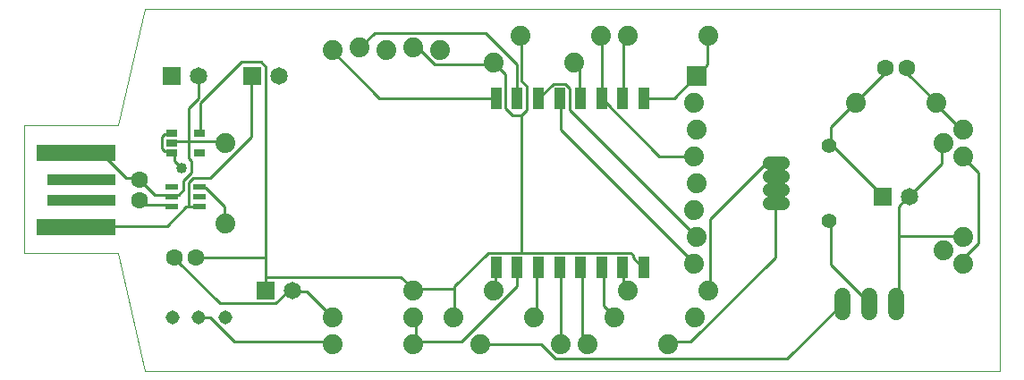
<source format=gtl>
G75*
%MOIN*%
%OFA0B0*%
%FSLAX25Y25*%
%IPPOS*%
%LPD*%
%AMOC8*
5,1,8,0,0,1.08239X$1,22.5*
%
%ADD10C,0.00000*%
%ADD11C,0.06500*%
%ADD12R,0.06500X0.06500*%
%ADD13C,0.07400*%
%ADD14C,0.05000*%
%ADD15C,0.06299*%
%ADD16C,0.05150*%
%ADD17R,0.03937X0.07874*%
%ADD18R,0.04724X0.02165*%
%ADD19R,0.03898X0.02717*%
%ADD20C,0.05543*%
%ADD21C,0.06000*%
%ADD22R,0.29528X0.05906*%
%ADD23R,0.25591X0.03937*%
%ADD24R,0.07400X0.07400*%
%ADD25C,0.01000*%
%ADD26C,0.04000*%
D10*
X0077595Y0001256D02*
X0396296Y0001256D01*
X0396296Y0136256D01*
X0077595Y0136256D01*
X0067595Y0092717D01*
X0032595Y0092717D01*
X0032595Y0045256D01*
X0067595Y0045256D01*
X0077595Y0001256D01*
D11*
X0132595Y0031256D03*
X0362595Y0066256D03*
X0127595Y0111256D03*
X0097595Y0111256D03*
D12*
X0087595Y0111256D03*
X0117595Y0111256D03*
X0352595Y0066256D03*
X0122595Y0031256D03*
D13*
X0147595Y0021256D03*
X0147595Y0011256D03*
X0177595Y0011256D03*
X0202595Y0011256D03*
X0192595Y0021256D03*
X0177595Y0021256D03*
X0177595Y0031256D03*
X0207595Y0031256D03*
X0222595Y0021256D03*
X0252595Y0021256D03*
X0257595Y0031256D03*
X0287595Y0031256D03*
X0282595Y0021256D03*
X0272595Y0011256D03*
X0242595Y0011256D03*
X0232595Y0011256D03*
X0282095Y0041256D03*
X0283095Y0051256D03*
X0282095Y0061256D03*
X0283095Y0071256D03*
X0282095Y0081256D03*
X0283095Y0091256D03*
X0282095Y0101256D03*
X0237595Y0116256D03*
X0247595Y0126256D03*
X0257595Y0126256D03*
X0287595Y0126256D03*
X0217595Y0126256D03*
X0207595Y0116256D03*
X0187595Y0120756D03*
X0177595Y0121756D03*
X0167595Y0120756D03*
X0157595Y0121756D03*
X0147595Y0120756D03*
X0107595Y0086256D03*
X0107595Y0056256D03*
X0342595Y0101256D03*
X0372595Y0101256D03*
X0382595Y0091256D03*
X0375095Y0086256D03*
X0382595Y0081256D03*
X0382595Y0051256D03*
X0375095Y0046256D03*
X0382595Y0041256D03*
D14*
X0315095Y0063756D02*
X0310095Y0063756D01*
X0310095Y0068756D02*
X0315095Y0068756D01*
X0315095Y0073756D02*
X0310095Y0073756D01*
X0310095Y0078756D02*
X0315095Y0078756D01*
D15*
X0353658Y0114091D03*
X0361532Y0114091D03*
X0096532Y0043421D03*
X0088658Y0043421D03*
X0075430Y0064819D03*
X0075430Y0072693D03*
D16*
X0087753Y0021256D03*
X0097595Y0021256D03*
X0107438Y0021256D03*
D17*
X0208422Y0039760D03*
X0216296Y0039760D03*
X0224170Y0039760D03*
X0232044Y0039760D03*
X0239918Y0039760D03*
X0247792Y0039760D03*
X0255666Y0039760D03*
X0263540Y0039760D03*
X0263540Y0102752D03*
X0255666Y0102752D03*
X0247792Y0102752D03*
X0239918Y0102752D03*
X0232044Y0102752D03*
X0224170Y0102752D03*
X0216296Y0102752D03*
X0208422Y0102752D03*
D18*
X0097714Y0069996D03*
X0097714Y0066256D03*
X0097714Y0062516D03*
X0087477Y0062516D03*
X0087477Y0066256D03*
X0087477Y0069996D03*
D19*
X0087516Y0082516D03*
X0087516Y0086256D03*
X0087516Y0089996D03*
X0097713Y0089996D03*
X0097713Y0082516D03*
D20*
X0332595Y0085256D03*
X0332595Y0057256D03*
D21*
X0337595Y0029256D02*
X0337595Y0023256D01*
X0347595Y0023256D02*
X0347595Y0029256D01*
X0357595Y0029256D02*
X0357595Y0023256D01*
D22*
X0051808Y0054976D03*
X0051808Y0082535D03*
D23*
X0053776Y0072693D03*
X0053776Y0064819D03*
D24*
X0283095Y0111256D03*
D25*
X0283695Y0111956D01*
X0287295Y0115556D01*
X0287295Y0125456D01*
X0287595Y0126256D01*
X0257595Y0126256D02*
X0257595Y0125456D01*
X0255795Y0123656D01*
X0255795Y0102956D01*
X0255666Y0102752D01*
X0248595Y0102056D02*
X0247792Y0102752D01*
X0247695Y0102956D01*
X0247695Y0125456D01*
X0247595Y0126256D01*
X0217995Y0125456D02*
X0217595Y0126256D01*
X0217995Y0125456D02*
X0217995Y0109256D01*
X0219795Y0107456D01*
X0219795Y0098456D01*
X0217995Y0096656D01*
X0217995Y0045356D01*
X0258495Y0045356D01*
X0259395Y0044456D01*
X0259395Y0043556D01*
X0262995Y0039956D01*
X0263540Y0039760D01*
X0255795Y0039056D02*
X0255666Y0039760D01*
X0255795Y0039056D02*
X0255795Y0033656D01*
X0257595Y0031856D01*
X0257595Y0031256D01*
X0248595Y0025556D02*
X0252195Y0021956D01*
X0252595Y0021256D01*
X0248595Y0025556D02*
X0248595Y0039056D01*
X0247792Y0039760D01*
X0240495Y0039056D02*
X0239918Y0039760D01*
X0240495Y0039056D02*
X0240495Y0013856D01*
X0242295Y0012056D01*
X0242595Y0011256D01*
X0232595Y0011256D02*
X0232395Y0012056D01*
X0232395Y0039056D01*
X0232044Y0039760D01*
X0224170Y0039760D02*
X0223395Y0039056D01*
X0223395Y0021956D01*
X0222595Y0021256D01*
X0225195Y0011156D02*
X0202695Y0011156D01*
X0202595Y0011256D01*
X0195495Y0012056D02*
X0178395Y0012056D01*
X0177595Y0011256D01*
X0178395Y0012056D02*
X0178395Y0021056D01*
X0177595Y0021256D01*
X0192595Y0021256D02*
X0192795Y0021956D01*
X0192795Y0031856D01*
X0178395Y0031856D01*
X0177595Y0031256D01*
X0177495Y0031856D01*
X0172995Y0036356D01*
X0122595Y0036356D01*
X0122595Y0043556D01*
X0097395Y0043556D01*
X0096532Y0043421D01*
X0089295Y0042656D02*
X0088658Y0043421D01*
X0089295Y0042656D02*
X0105495Y0026456D01*
X0126195Y0026456D01*
X0130695Y0030956D01*
X0132495Y0030956D01*
X0132595Y0031256D01*
X0133395Y0030956D01*
X0137895Y0030956D01*
X0147595Y0021256D01*
X0146895Y0012056D02*
X0147595Y0011256D01*
X0146895Y0012056D02*
X0110895Y0012056D01*
X0101895Y0021056D01*
X0098295Y0021056D01*
X0097595Y0021256D01*
X0122595Y0031256D02*
X0122595Y0036356D01*
X0122595Y0043556D02*
X0122595Y0114656D01*
X0120795Y0116456D01*
X0113595Y0116456D01*
X0098295Y0101156D01*
X0098295Y0090356D01*
X0097713Y0089996D01*
X0093795Y0086756D02*
X0093795Y0080456D01*
X0094695Y0079556D01*
X0094695Y0075056D01*
X0091995Y0072356D01*
X0091995Y0068756D01*
X0090195Y0066956D01*
X0087495Y0066956D01*
X0087477Y0066256D01*
X0086595Y0066956D01*
X0081195Y0066956D01*
X0075795Y0072356D01*
X0075430Y0072693D01*
X0074895Y0073256D01*
X0070395Y0073256D01*
X0061395Y0082256D01*
X0052395Y0082256D01*
X0051808Y0082535D01*
X0083895Y0084056D02*
X0083895Y0088556D01*
X0084795Y0089456D01*
X0087495Y0089456D01*
X0087516Y0089996D01*
X0088395Y0086756D02*
X0087516Y0086256D01*
X0088395Y0086756D02*
X0093795Y0086756D01*
X0093795Y0099356D01*
X0097395Y0102956D01*
X0097395Y0111056D01*
X0097595Y0111256D01*
X0117195Y0111056D02*
X0117595Y0111256D01*
X0117195Y0111056D02*
X0117195Y0088556D01*
X0101895Y0073256D01*
X0095595Y0073256D01*
X0093795Y0071456D01*
X0093795Y0062456D01*
X0097395Y0062456D01*
X0097714Y0062516D01*
X0093795Y0062456D02*
X0092895Y0062456D01*
X0085695Y0055256D01*
X0052395Y0055256D01*
X0051808Y0054976D01*
X0075430Y0064819D02*
X0075795Y0064256D01*
X0076695Y0063356D01*
X0086595Y0063356D01*
X0087477Y0062516D01*
X0097714Y0069996D02*
X0098295Y0069656D01*
X0100095Y0069656D01*
X0107295Y0062456D01*
X0107295Y0057056D01*
X0107595Y0056256D01*
X0091095Y0076856D02*
X0088395Y0079556D01*
X0088395Y0082256D01*
X0087516Y0082516D01*
X0087495Y0083156D01*
X0084795Y0083156D01*
X0083895Y0084056D01*
X0093795Y0086756D02*
X0107295Y0086756D01*
X0107595Y0086256D01*
X0147795Y0120056D02*
X0164895Y0102956D01*
X0208095Y0102956D01*
X0208422Y0102752D01*
X0216195Y0102956D02*
X0216296Y0102752D01*
X0216195Y0102956D02*
X0216195Y0115556D01*
X0204495Y0127256D01*
X0163095Y0127256D01*
X0157595Y0121756D01*
X0147795Y0120056D02*
X0147595Y0120756D01*
X0177595Y0121756D02*
X0178395Y0120956D01*
X0180195Y0120956D01*
X0185595Y0115556D01*
X0207195Y0115556D01*
X0207595Y0116256D01*
X0208095Y0115556D01*
X0211695Y0111956D01*
X0211695Y0099356D01*
X0214395Y0096656D01*
X0217995Y0096656D01*
X0224170Y0102752D02*
X0224295Y0102956D01*
X0229695Y0108356D01*
X0234195Y0108356D01*
X0235995Y0106556D01*
X0235995Y0098456D01*
X0282795Y0051656D01*
X0283095Y0051256D01*
X0288195Y0057956D02*
X0288195Y0031856D01*
X0287595Y0031256D01*
X0282095Y0041256D02*
X0281895Y0041756D01*
X0232395Y0091256D01*
X0232395Y0102056D01*
X0232044Y0102752D01*
X0239595Y0102956D02*
X0239918Y0102752D01*
X0239595Y0102956D02*
X0239595Y0113756D01*
X0237795Y0115556D01*
X0237595Y0116256D01*
X0248595Y0102056D02*
X0269295Y0081356D01*
X0281895Y0081356D01*
X0282095Y0081256D01*
X0288195Y0057956D02*
X0308895Y0078656D01*
X0312495Y0078656D01*
X0312595Y0078756D01*
X0332595Y0085256D02*
X0333195Y0085856D01*
X0352095Y0066956D01*
X0352595Y0066256D01*
X0358395Y0062456D02*
X0361995Y0066056D01*
X0362595Y0066256D01*
X0362895Y0066956D01*
X0374595Y0078656D01*
X0374595Y0085856D01*
X0375095Y0086256D01*
X0382595Y0081256D02*
X0382695Y0080456D01*
X0388095Y0075056D01*
X0388095Y0048956D01*
X0382695Y0043556D01*
X0382695Y0041756D01*
X0382595Y0041256D01*
X0382595Y0051256D02*
X0381795Y0051656D01*
X0358395Y0051656D01*
X0358395Y0026456D01*
X0357595Y0026256D01*
X0347595Y0026256D02*
X0347595Y0026456D01*
X0333195Y0040856D01*
X0333195Y0057056D01*
X0332595Y0057256D01*
X0312495Y0063356D02*
X0312595Y0063756D01*
X0312495Y0063356D02*
X0312495Y0043556D01*
X0280995Y0012056D01*
X0272895Y0012056D01*
X0272595Y0011256D01*
X0230595Y0005756D02*
X0316995Y0005756D01*
X0336795Y0025556D01*
X0337595Y0026256D01*
X0358395Y0051656D02*
X0358395Y0062456D01*
X0333195Y0085856D02*
X0333195Y0092156D01*
X0342195Y0101156D01*
X0342595Y0101256D01*
X0343095Y0102056D01*
X0352995Y0111956D01*
X0352995Y0113756D01*
X0353658Y0114091D01*
X0361532Y0114091D02*
X0361995Y0113756D01*
X0361995Y0111956D01*
X0371895Y0102056D01*
X0372595Y0101256D01*
X0371895Y0101156D01*
X0381795Y0091256D01*
X0382595Y0091256D01*
X0283095Y0111256D02*
X0282795Y0111056D01*
X0274695Y0102956D01*
X0263895Y0102956D01*
X0263540Y0102752D01*
X0217995Y0045356D02*
X0205395Y0045356D01*
X0192795Y0032756D01*
X0192795Y0031856D01*
X0207595Y0031256D02*
X0208095Y0031856D01*
X0208095Y0039056D01*
X0208422Y0039760D01*
X0216195Y0039056D02*
X0216296Y0039760D01*
X0216195Y0039056D02*
X0216195Y0032756D01*
X0195495Y0012056D01*
X0225195Y0011156D02*
X0230595Y0005756D01*
D26*
X0091095Y0076856D03*
M02*

</source>
